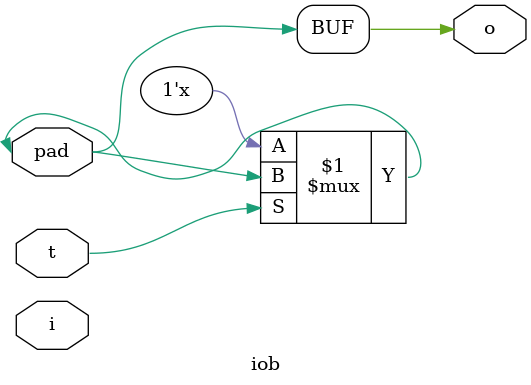
<source format=sv>
/*
   Copyright 2016 Scott Teal

   Licensed under the Apache License, Version 2.0 (the "License");
   you may not use this file except in compliance with the License.
   You may obtain a copy of the License at

       http://www.apache.org/licenses/LICENSE-2.0

   Unless required by applicable law or agreed to in writing, software
   distributed under the License is distributed on an "AS IS" BASIS,
   WITHOUT WARRANTIES OR CONDITIONS OF ANY KIND, either express or implied.
   See the License for the specific language governing permissions and
   limitations under the License.
*/

/**
# Generic I/O Buffer #

Provides a device-agnostic, tristate-capable I/O buffer.
*/
module iob #(
    parameter ARCH = "GENERIC"
)
(
    input  wire i,  ///< Input to IOB (used to drive pad)
    input  wire t,  ///< Tristate. 1=drive pad, 0=high impedence
    output wire o,  ///< Output from IOB (value at pad)
    inout  wire pad ///< I/O pad
);

generate

if (ARCH == "GENERIC") begin
    assign o = pad;
    assign pad = t ? o : 1'bz;
end
else if ((ARCH == "XIL_SPARTAN6") || (ARCH == "XIL_VIRTEX6") || (ARCH == "XIL_7SERIES")) begin
    IOBUF io_buffer (
        .I(i),
        .T(t),
        .O(o),
        .IO(pad)
    );
end
else begin
    initial begin
        $display("IOB Module %m does not support ARCH = \"%s\".", ARCH);
        $finish();
    end
end

endgenerate

endmodule

</source>
